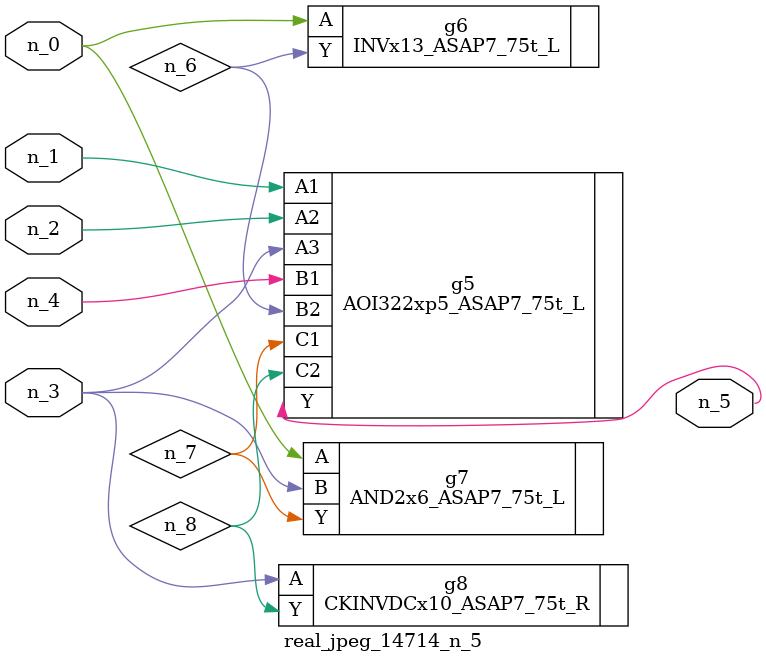
<source format=v>
module real_jpeg_14714_n_5 (n_4, n_0, n_1, n_2, n_3, n_5);

input n_4;
input n_0;
input n_1;
input n_2;
input n_3;

output n_5;

wire n_8;
wire n_6;
wire n_7;

INVx13_ASAP7_75t_L g6 ( 
.A(n_0),
.Y(n_6)
);

AND2x6_ASAP7_75t_L g7 ( 
.A(n_0),
.B(n_3),
.Y(n_7)
);

AOI322xp5_ASAP7_75t_L g5 ( 
.A1(n_1),
.A2(n_2),
.A3(n_3),
.B1(n_4),
.B2(n_6),
.C1(n_7),
.C2(n_8),
.Y(n_5)
);

CKINVDCx10_ASAP7_75t_R g8 ( 
.A(n_3),
.Y(n_8)
);


endmodule
</source>
